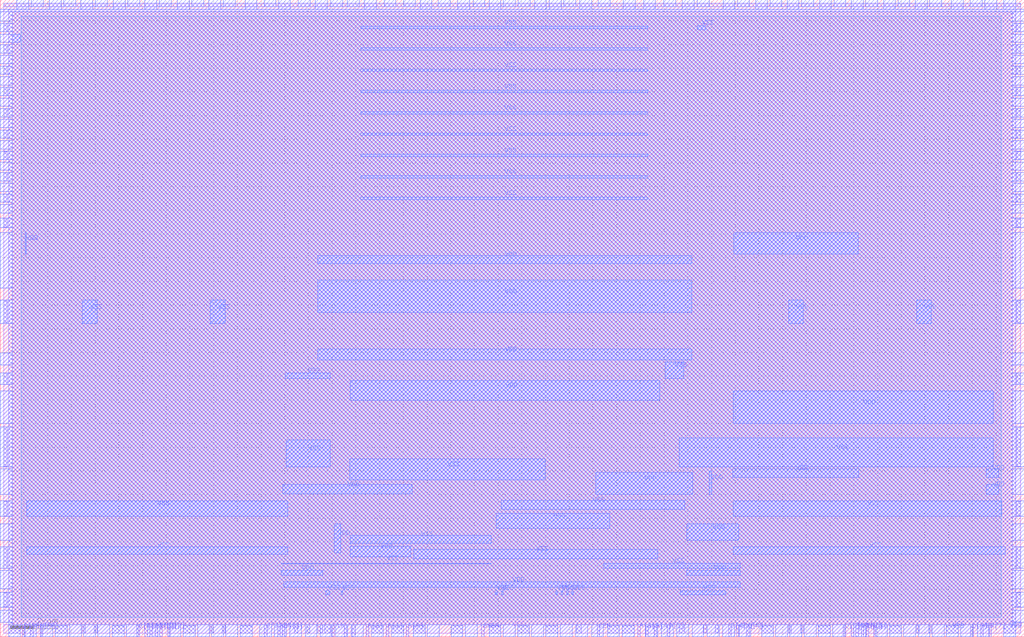
<source format=lef>
VERSION 5.7 ;
  NOWIREEXTENSIONATPIN ON ;
  DIVIDERCHAR "/" ;
  BUSBITCHARS "[]" ;
MACRO gf180mcu_fd_ip_sram__sram128x8m8wm1
  CLASS BLOCK ;
  FOREIGN gf180mcu_fd_ip_sram__sram128x8m8wm1 ;
  ORIGIN 0.000 0.000 ;
  SIZE 431.860 BY 268.880 ;
  SYMMETRY X Y R90 ;
  PIN A[6]
    DIRECTION INPUT ;
    USE SIGNAL ;
    ANTENNADIFFAREA 1.997600 ;
    PORT
      LAYER Metal2 ;
        RECT 268.860 0.000 269.980 5.000 ;
    END
  END A[6]
  PIN A[5]
    DIRECTION INPUT ;
    USE SIGNAL ;
    ANTENNADIFFAREA 1.997600 ;
    PORT
      LAYER Metal2 ;
        RECT 272.085 0.000 273.205 5.000 ;
    END
  END A[5]
  PIN A[4]
    DIRECTION INPUT ;
    USE SIGNAL ;
    ANTENNADIFFAREA 1.997600 ;
    PORT
      LAYER Metal2 ;
        RECT 275.820 0.000 276.940 5.000 ;
    END
  END A[4]
  PIN A[3]
    DIRECTION INPUT ;
    USE SIGNAL ;
    ANTENNADIFFAREA 1.997600 ;
    PORT
      LAYER Metal2 ;
        RECT 281.325 0.000 282.445 5.000 ;
    END
  END A[3]
  PIN A[2]
    DIRECTION INPUT ;
    USE SIGNAL ;
    ANTENNADIFFAREA 1.997600 ;
    PORT
      LAYER Metal2 ;
        RECT 154.295 0.000 155.415 5.000 ;
    END
  END A[2]
  PIN A[1]
    DIRECTION INPUT ;
    USE SIGNAL ;
    ANTENNADIFFAREA 1.997600 ;
    PORT
      LAYER Metal2 ;
        RECT 162.760 0.000 163.880 5.000 ;
    END
  END A[1]
  PIN A[0]
    DIRECTION INPUT ;
    USE SIGNAL ;
    ANTENNADIFFAREA 1.997600 ;
    PORT
      LAYER Metal2 ;
        RECT 171.215 0.000 172.335 5.000 ;
    END
  END A[0]
  PIN CEN
    DIRECTION INPUT ;
    USE SIGNAL ;
    ANTENNADIFFAREA 1.997600 ;
    PORT
      LAYER Metal2 ;
        RECT 251.710 0.000 252.830 5.000 ;
    END
  END CEN
  PIN CLK
    DIRECTION INPUT ;
    USE SIGNAL ;
    ANTENNAGATEAREA 44.706600 ;
    PORT
      LAYER Metal2 ;
        RECT 139.680 0.000 140.800 5.000 ;
    END
  END CLK
  PIN D[7]
    DIRECTION INPUT ;
    USE SIGNAL ;
    ANTENNAGATEAREA 1.152000 ;
    PORT
      LAYER Metal2 ;
        RECT 416.860 0.000 417.980 5.000 ;
    END
  END D[7]
  PIN D[6]
    DIRECTION INPUT ;
    USE SIGNAL ;
    ANTENNAGATEAREA 1.152000 ;
    PORT
      LAYER Metal2 ;
        RECT 365.150 0.000 366.270 5.000 ;
    END
  END D[6]
  PIN D[5]
    DIRECTION INPUT ;
    USE SIGNAL ;
    ANTENNAGATEAREA 1.152000 ;
    PORT
      LAYER Metal2 ;
        RECT 358.910 0.000 360.030 5.000 ;
    END
  END D[5]
  PIN D[4]
    DIRECTION INPUT ;
    USE SIGNAL ;
    ANTENNAGATEAREA 1.152000 ;
    PORT
      LAYER Metal2 ;
        RECT 307.235 0.000 308.355 5.000 ;
    END
  END D[4]
  PIN D[3]
    DIRECTION INPUT ;
    USE SIGNAL ;
    ANTENNAGATEAREA 1.152000 ;
    PORT
      LAYER Metal2 ;
        RECT 118.975 0.000 120.095 5.000 ;
    END
  END D[3]
  PIN D[2]
    DIRECTION INPUT ;
    USE SIGNAL ;
    ANTENNAGATEAREA 1.152000 ;
    PORT
      LAYER Metal2 ;
        RECT 67.270 0.000 68.390 5.000 ;
    END
  END D[2]
  PIN D[1]
    DIRECTION INPUT ;
    USE SIGNAL ;
    ANTENNAGATEAREA 1.152000 ;
    PORT
      LAYER Metal2 ;
        RECT 61.030 0.000 62.150 5.000 ;
    END
  END D[1]
  PIN D[0]
    DIRECTION INPUT ;
    USE SIGNAL ;
    ANTENNAGATEAREA 1.152000 ;
    PORT
      LAYER Metal2 ;
        RECT 9.320 0.000 10.440 5.000 ;
    END
  END D[0]
  PIN GWEN
    DIRECTION INPUT ;
    USE SIGNAL ;
    ANTENNAGATEAREA 14.466000 ;
    PORT
      LAYER Metal2 ;
        RECT 202.940 0.000 204.060 5.000 ;
    END
  END GWEN
  PIN Q[7]
    DIRECTION OUTPUT ;
    USE SIGNAL ;
    ANTENNADIFFAREA 11.328000 ;
    PORT
      LAYER Metal2 ;
        RECT 409.275 0.000 410.395 5.000 ;
    END
  END Q[7]
  PIN Q[6]
    DIRECTION OUTPUT ;
    USE SIGNAL ;
    ANTENNADIFFAREA 11.328000 ;
    PORT
      LAYER Metal2 ;
        RECT 368.515 0.000 369.635 5.000 ;
    END
  END Q[6]
  PIN Q[5]
    DIRECTION OUTPUT ;
    USE SIGNAL ;
    ANTENNADIFFAREA 11.328000 ;
    PORT
      LAYER Metal2 ;
        RECT 355.545 0.000 356.665 5.000 ;
    END
  END Q[5]
  PIN Q[4]
    DIRECTION OUTPUT ;
    USE SIGNAL ;
    ANTENNADIFFAREA 11.328000 ;
    PORT
      LAYER Metal2 ;
        RECT 314.790 0.000 315.910 5.000 ;
    END
  END Q[4]
  PIN Q[3]
    DIRECTION OUTPUT ;
    USE SIGNAL ;
    ANTENNADIFFAREA 11.328000 ;
    PORT
      LAYER Metal2 ;
        RECT 111.395 0.000 112.515 5.000 ;
    END
  END Q[3]
  PIN Q[2]
    DIRECTION OUTPUT ;
    USE SIGNAL ;
    ANTENNADIFFAREA 11.328000 ;
    PORT
      LAYER Metal2 ;
        RECT 70.635 0.000 71.755 5.000 ;
    END
  END Q[2]
  PIN Q[1]
    DIRECTION OUTPUT ;
    USE SIGNAL ;
    ANTENNADIFFAREA 11.328000 ;
    PORT
      LAYER Metal2 ;
        RECT 57.665 0.000 58.785 5.000 ;
    END
  END Q[1]
  PIN Q[0]
    DIRECTION OUTPUT ;
    USE SIGNAL ;
    ANTENNADIFFAREA 11.328000 ;
    PORT
      LAYER Metal2 ;
        RECT 16.900 0.000 18.020 5.000 ;
    END
  END Q[0]
  PIN VDD
    DIRECTION INOUT ;
    USE POWER ;
    PORT
      LAYER Metal2 ;
        RECT 3.530 263.880 428.330 264.880 ;
        RECT 3.530 5.000 5.000 263.880 ;
        RECT 426.860 5.000 428.330 263.880 ;
        RECT 3.530 1.410 8.530 5.000 ;
        RECT 133.860 1.410 136.070 5.000 ;
        RECT 423.330 1.410 428.330 5.000 ;
      LAYER Metal3 ;
        RECT 7.005 264.880 12.005 268.880 ;
        RECT 20.685 264.880 25.685 268.880 ;
        RECT 34.005 264.880 39.005 268.880 ;
        RECT 47.685 264.880 52.685 268.880 ;
        RECT 61.005 264.880 66.005 268.880 ;
        RECT 74.685 264.880 79.685 268.880 ;
        RECT 88.005 264.880 93.005 268.880 ;
        RECT 103.265 264.880 108.265 268.880 ;
        RECT 117.415 264.880 122.415 268.880 ;
        RECT 132.860 264.880 137.860 268.880 ;
        RECT 153.550 264.880 158.550 268.880 ;
        RECT 177.075 264.880 182.075 268.880 ;
        RECT 192.925 264.880 197.925 268.880 ;
        RECT 206.150 264.880 211.150 268.880 ;
        RECT 225.345 264.880 230.345 268.880 ;
        RECT 231.565 264.880 236.565 268.880 ;
        RECT 244.505 264.880 249.505 268.880 ;
        RECT 262.845 264.880 267.845 268.880 ;
        RECT 271.310 264.880 276.310 268.880 ;
        RECT 287.735 264.880 292.735 268.880 ;
        RECT 304.885 264.880 309.885 268.880 ;
        RECT 318.565 264.880 323.565 268.880 ;
        RECT 331.885 264.880 336.885 268.880 ;
        RECT 345.565 264.880 350.565 268.880 ;
        RECT 358.885 264.880 363.885 268.880 ;
        RECT 372.565 264.880 377.565 268.880 ;
        RECT 385.885 264.880 390.885 268.880 ;
        RECT 401.145 264.880 406.145 268.880 ;
        RECT 415.295 264.880 420.295 268.880 ;
        RECT 423.330 264.880 428.330 268.880 ;
        RECT 0.000 263.880 431.860 264.880 ;
        RECT 0.000 259.880 5.000 263.880 ;
        RECT 426.860 259.880 431.860 263.880 ;
        RECT 0.000 250.880 8.530 254.380 ;
        RECT 426.860 250.880 431.860 254.380 ;
        RECT 0.000 241.880 5.000 245.380 ;
        RECT 426.860 241.880 431.860 245.380 ;
        RECT 0.000 232.880 5.000 236.380 ;
        RECT 426.860 232.880 431.860 236.380 ;
        RECT 0.000 223.880 5.000 227.380 ;
        RECT 426.860 223.880 431.860 227.380 ;
        RECT 0.000 214.880 5.000 218.380 ;
        RECT 426.860 214.880 431.860 218.380 ;
        RECT 0.000 205.880 5.000 209.380 ;
        RECT 426.860 205.880 431.860 209.380 ;
        RECT 0.000 196.880 5.000 200.380 ;
        RECT 426.860 196.880 431.860 200.380 ;
        RECT 0.000 187.880 5.000 191.380 ;
        RECT 426.860 187.880 431.860 191.380 ;
        RECT 0.000 178.880 5.000 182.380 ;
        RECT 426.860 178.880 431.860 182.380 ;
        RECT 0.000 147.150 5.000 170.625 ;
        RECT 426.860 147.150 431.860 170.625 ;
        RECT 0.000 114.690 5.000 119.690 ;
        RECT 426.860 114.690 431.860 119.690 ;
        RECT 0.000 90.080 5.000 103.695 ;
        RECT 426.860 90.080 431.860 103.695 ;
        RECT 0.000 60.180 5.000 70.890 ;
        RECT 426.860 60.180 431.860 70.890 ;
        RECT 0.000 40.760 5.000 47.575 ;
        RECT 426.860 40.760 431.860 47.575 ;
        RECT 0.000 20.300 5.000 28.145 ;
        RECT 426.860 20.300 431.860 28.145 ;
        RECT 0.000 6.160 5.000 11.160 ;
        RECT 3.530 5.000 5.000 6.160 ;
        RECT 426.860 6.160 431.860 11.160 ;
        RECT 426.860 5.000 428.330 6.160 ;
        RECT 3.530 0.000 8.530 5.000 ;
        RECT 10.195 0.000 15.195 5.000 ;
        RECT 17.210 0.000 22.210 5.000 ;
        RECT 29.210 0.000 34.210 5.000 ;
        RECT 35.210 0.000 40.210 5.000 ;
        RECT 41.210 0.000 46.210 5.000 ;
        RECT 53.210 0.000 58.210 5.000 ;
        RECT 62.215 0.000 67.215 5.000 ;
        RECT 71.210 0.000 76.210 5.000 ;
        RECT 83.210 0.000 88.210 5.000 ;
        RECT 89.210 0.000 94.210 5.000 ;
        RECT 95.210 0.000 100.210 5.000 ;
        RECT 109.550 0.000 114.550 5.000 ;
        RECT 115.550 0.000 120.550 5.000 ;
        RECT 122.050 0.000 127.050 5.000 ;
        RECT 128.550 0.000 133.550 5.000 ;
        RECT 135.050 0.000 140.050 5.000 ;
        RECT 141.550 0.000 146.550 5.000 ;
        RECT 148.050 0.000 153.050 5.000 ;
        RECT 180.155 0.000 185.155 5.000 ;
        RECT 196.140 0.000 201.140 5.000 ;
        RECT 212.165 0.000 217.165 5.000 ;
        RECT 224.165 0.000 229.165 5.000 ;
        RECT 236.165 0.000 241.165 5.000 ;
        RECT 242.830 0.000 247.830 5.000 ;
        RECT 249.380 0.000 254.380 5.000 ;
        RECT 272.290 0.000 277.290 5.000 ;
        RECT 278.790 0.000 283.790 5.000 ;
        RECT 285.290 0.000 290.290 5.000 ;
        RECT 291.790 0.000 296.790 5.000 ;
        RECT 298.290 0.000 303.290 5.000 ;
        RECT 304.790 0.000 309.790 5.000 ;
        RECT 311.475 0.000 316.475 5.000 ;
        RECT 327.090 0.000 332.090 5.000 ;
        RECT 333.090 0.000 338.090 5.000 ;
        RECT 339.090 0.000 344.090 5.000 ;
        RECT 351.090 0.000 356.090 5.000 ;
        RECT 360.085 0.000 365.085 5.000 ;
        RECT 369.090 0.000 374.090 5.000 ;
        RECT 381.090 0.000 386.090 5.000 ;
        RECT 387.090 0.000 392.090 5.000 ;
        RECT 393.090 0.000 398.090 5.000 ;
        RECT 405.090 0.000 410.090 5.000 ;
        RECT 412.095 0.000 417.095 5.000 ;
        RECT 423.330 0.000 428.330 5.000 ;
    END
    PORT
      LAYER Metal3 ;
        RECT 140.890 35.420 143.645 47.580 ;
    END
    PORT
      LAYER Metal3 ;
        RECT 147.685 33.720 173.110 38.260 ;
    END
    PORT
      LAYER Metal3 ;
        RECT 10.475 161.575 10.940 170.630 ;
    END
    PORT
      LAYER Metal3 ;
        RECT 133.860 157.430 291.755 160.995 ;
    END
    PORT
      LAYER Metal3 ;
        RECT 133.860 136.910 291.755 150.525 ;
    END
    PORT
      LAYER Metal3 ;
        RECT 309.265 161.575 361.915 170.625 ;
    END
    PORT
      LAYER Metal3 ;
        RECT 133.850 116.850 291.740 121.390 ;
    END
    PORT
      LAYER Metal3 ;
        RECT 147.565 99.845 278.225 108.125 ;
    END
    PORT
      LAYER Metal3 ;
        RECT 309.125 90.075 418.815 103.695 ;
    END
    PORT
      LAYER Metal3 ;
        RECT 119.105 60.230 173.805 64.235 ;
    END
    PORT
      LAYER Metal3 ;
        RECT 251.140 60.175 292.105 69.330 ;
    END
    PORT
      LAYER Metal3 ;
        RECT 299.130 60.175 300.130 70.085 ;
    END
    PORT
      LAYER Metal3 ;
        RECT 309.035 67.305 362.145 70.890 ;
    END
    PORT
      LAYER Metal3 ;
        RECT 415.845 60.175 421.105 64.235 ;
    END
    PORT
      LAYER Metal3 ;
        RECT 415.845 67.305 421.105 70.895 ;
    END
    PORT
      LAYER Metal3 ;
        RECT 289.545 40.770 311.390 47.580 ;
    END
    PORT
      LAYER Metal3 ;
        RECT 118.435 25.875 136.070 28.150 ;
    END
    PORT
      LAYER Metal3 ;
        RECT 119.545 20.830 312.145 23.095 ;
    END
    PORT
      LAYER Metal3 ;
        RECT 289.545 25.875 312.145 28.150 ;
    END
  END VDD
  PIN VSS
    DIRECTION INOUT ;
    USE GROUND ;
    PORT
      LAYER Metal1 ;
        RECT 1.410 263.880 430.450 267.470 ;
        RECT 1.410 5.000 5.000 263.880 ;
        RECT 426.860 5.000 430.450 263.880 ;
        RECT 1.410 1.410 430.450 5.000 ;
      LAYER Metal2 ;
        RECT 1.410 265.840 430.450 267.470 ;
        RECT 1.410 255.390 3.030 258.870 ;
        RECT 428.830 255.390 430.450 258.870 ;
        RECT 1.410 246.390 3.030 249.870 ;
        RECT 428.830 246.390 430.450 249.870 ;
        RECT 1.410 237.390 3.030 240.870 ;
        RECT 428.830 237.390 430.450 240.870 ;
        RECT 1.410 228.390 3.030 231.870 ;
        RECT 428.830 228.390 430.450 231.870 ;
        RECT 1.410 219.390 3.030 222.870 ;
        RECT 428.830 219.390 430.450 222.870 ;
        RECT 1.410 210.390 3.030 213.870 ;
        RECT 428.830 210.390 430.450 213.870 ;
        RECT 1.410 201.390 3.030 204.870 ;
        RECT 428.830 201.390 430.450 204.870 ;
        RECT 1.410 192.390 3.030 195.870 ;
        RECT 428.830 192.390 430.450 195.870 ;
        RECT 1.410 183.390 3.030 186.870 ;
        RECT 428.830 183.390 430.450 186.870 ;
        RECT 1.410 172.890 3.030 176.370 ;
        RECT 428.830 172.890 430.450 176.370 ;
        RECT 1.410 132.690 3.030 141.750 ;
        RECT 428.830 132.690 430.450 141.750 ;
        RECT 1.410 106.555 3.030 111.275 ;
        RECT 428.830 106.555 430.450 111.275 ;
        RECT 1.410 71.990 3.030 88.490 ;
        RECT 428.830 71.990 430.450 88.490 ;
        RECT 1.410 51.135 3.030 57.095 ;
        RECT 428.830 51.135 430.450 57.095 ;
        RECT 1.410 28.855 3.030 37.915 ;
        RECT 428.830 28.855 430.450 37.915 ;
        RECT 1.410 12.635 3.030 18.595 ;
        RECT 428.830 12.635 430.450 18.595 ;
        RECT 23.210 1.410 28.210 5.000 ;
        RECT 34.635 1.410 35.755 5.000 ;
        RECT 39.730 1.410 40.850 5.000 ;
        RECT 47.210 1.410 52.210 5.000 ;
        RECT 77.210 1.410 82.210 5.000 ;
        RECT 88.635 1.410 89.755 5.000 ;
        RECT 93.730 1.410 94.850 5.000 ;
        RECT 101.210 1.410 106.210 5.000 ;
        RECT 124.280 1.410 125.400 5.000 ;
        RECT 129.365 1.410 130.485 5.000 ;
        RECT 136.935 1.410 139.145 5.000 ;
        RECT 145.030 0.000 146.150 5.000 ;
        RECT 148.525 0.000 149.645 5.000 ;
        RECT 156.620 1.410 161.620 5.000 ;
        RECT 165.110 1.410 170.110 5.000 ;
        RECT 174.155 1.410 179.155 5.000 ;
        RECT 190.140 1.410 195.140 5.000 ;
        RECT 206.165 1.410 211.165 5.000 ;
        RECT 218.165 1.410 223.165 5.000 ;
        RECT 230.165 1.410 235.165 5.000 ;
        RECT 243.220 1.410 244.985 5.000 ;
        RECT 256.165 1.410 261.165 5.000 ;
        RECT 262.390 1.410 267.390 5.000 ;
        RECT 286.475 1.410 288.685 5.000 ;
        RECT 296.565 1.410 297.685 5.000 ;
        RECT 301.650 1.410 302.770 5.000 ;
        RECT 321.090 1.410 326.090 5.000 ;
        RECT 332.515 1.410 333.635 5.000 ;
        RECT 337.610 1.410 338.730 5.000 ;
        RECT 345.090 1.410 350.090 5.000 ;
        RECT 375.090 1.410 380.090 5.000 ;
        RECT 386.515 1.410 387.635 5.000 ;
        RECT 391.610 1.410 392.730 5.000 ;
        RECT 399.090 1.410 404.090 5.000 ;
      LAYER Metal3 ;
        RECT 13.130 265.840 18.130 268.880 ;
        RECT 26.810 265.840 31.810 268.880 ;
        RECT 40.130 265.840 45.130 268.880 ;
        RECT 53.810 265.840 58.810 268.880 ;
        RECT 67.130 265.840 72.130 268.880 ;
        RECT 80.810 265.840 85.810 268.880 ;
        RECT 94.130 265.840 99.130 268.880 ;
        RECT 111.290 265.840 116.290 268.880 ;
        RECT 125.790 265.840 130.790 268.880 ;
        RECT 139.385 265.840 144.385 268.880 ;
        RECT 146.365 265.840 151.365 268.880 ;
        RECT 161.905 265.840 166.905 268.880 ;
        RECT 170.120 265.840 175.120 268.880 ;
        RECT 184.740 265.840 189.740 268.880 ;
        RECT 199.410 265.840 204.410 268.880 ;
        RECT 212.150 265.840 217.150 268.880 ;
        RECT 218.565 265.840 223.565 268.880 ;
        RECT 237.690 265.840 242.690 268.880 ;
        RECT 252.325 265.840 257.325 268.880 ;
        RECT 279.950 265.840 284.950 268.880 ;
        RECT 293.955 265.840 298.955 268.880 ;
        RECT 311.010 265.840 316.010 268.880 ;
        RECT 324.690 265.840 329.690 268.880 ;
        RECT 338.010 265.840 343.010 268.880 ;
        RECT 351.690 265.840 356.690 268.880 ;
        RECT 365.010 265.840 370.010 268.880 ;
        RECT 378.690 265.840 383.690 268.880 ;
        RECT 392.010 265.840 397.010 268.880 ;
        RECT 409.170 265.840 414.170 268.880 ;
        RECT 0.000 255.380 5.000 258.880 ;
        RECT 426.860 255.380 431.860 258.880 ;
        RECT 0.000 246.380 5.000 249.880 ;
        RECT 426.860 246.380 431.860 249.880 ;
        RECT 0.000 237.380 5.000 240.880 ;
        RECT 426.860 237.380 431.860 240.880 ;
        RECT 0.000 228.380 5.000 231.880 ;
        RECT 426.860 228.380 431.860 231.880 ;
        RECT 0.000 219.380 5.000 222.880 ;
        RECT 426.860 219.380 431.860 222.880 ;
        RECT 0.000 210.380 5.000 213.880 ;
        RECT 426.860 210.380 431.860 213.880 ;
        RECT 0.000 201.380 5.000 204.880 ;
        RECT 426.860 201.380 431.860 204.880 ;
        RECT 0.000 192.380 5.000 195.880 ;
        RECT 426.860 192.380 431.860 195.880 ;
        RECT 0.000 183.380 5.000 186.880 ;
        RECT 426.860 183.380 431.860 186.880 ;
        RECT 0.000 172.680 5.000 176.630 ;
        RECT 426.860 172.680 431.860 176.630 ;
        RECT 0.000 132.175 5.000 142.080 ;
        RECT 426.860 132.175 431.860 142.080 ;
        RECT 0.000 106.410 5.000 111.410 ;
        RECT 426.860 106.410 431.860 111.410 ;
        RECT 0.000 71.640 5.000 88.650 ;
        RECT 426.860 71.640 431.860 88.650 ;
        RECT 0.000 50.880 5.000 57.465 ;
        RECT 426.860 50.880 431.860 57.465 ;
        RECT 0.000 28.830 5.000 37.980 ;
        RECT 426.860 28.830 431.860 37.980 ;
        RECT 0.000 12.510 5.000 18.860 ;
        RECT 426.860 12.510 431.860 18.860 ;
        RECT 23.210 0.000 28.210 4.660 ;
        RECT 47.210 0.000 52.210 4.660 ;
        RECT 77.210 0.000 82.210 4.660 ;
        RECT 101.210 0.000 106.210 4.660 ;
        RECT 156.620 0.000 161.620 4.660 ;
        RECT 165.110 0.000 170.110 4.660 ;
        RECT 174.155 0.000 179.155 4.660 ;
        RECT 190.140 0.000 195.140 4.660 ;
        RECT 206.165 0.000 211.165 4.660 ;
        RECT 218.165 0.000 223.165 4.660 ;
        RECT 230.165 0.000 235.165 4.660 ;
        RECT 256.165 0.000 261.165 4.660 ;
        RECT 262.390 0.000 267.390 4.660 ;
        RECT 321.090 0.000 326.090 4.660 ;
        RECT 345.090 0.000 350.090 4.660 ;
        RECT 375.090 0.000 380.090 4.660 ;
        RECT 399.090 0.000 404.090 4.660 ;
    END
    PORT
      LAYER Metal3 ;
        RECT 34.605 132.170 40.815 142.080 ;
    END
    PORT
      LAYER Metal3 ;
        RECT 88.605 132.170 94.815 142.080 ;
    END
    PORT
      LAYER Metal3 ;
        RECT 11.245 50.870 121.250 57.455 ;
    END
    PORT
      LAYER Metal3 ;
        RECT 152.010 256.630 273.110 257.640 ;
    END
    PORT
      LAYER Metal3 ;
        RECT 293.955 256.290 297.585 257.955 ;
    END
    PORT
      LAYER Metal3 ;
        RECT 152.015 247.630 273.110 248.640 ;
    END
    PORT
      LAYER Metal3 ;
        RECT 152.015 238.630 273.110 239.640 ;
    END
    PORT
      LAYER Metal3 ;
        RECT 152.015 229.630 273.110 230.640 ;
    END
    PORT
      LAYER Metal3 ;
        RECT 152.015 220.630 273.110 221.640 ;
    END
    PORT
      LAYER Metal3 ;
        RECT 152.015 211.630 273.110 212.640 ;
    END
    PORT
      LAYER Metal3 ;
        RECT 152.015 202.630 273.110 203.640 ;
    END
    PORT
      LAYER Metal3 ;
        RECT 152.015 193.630 273.110 194.640 ;
    END
    PORT
      LAYER Metal3 ;
        RECT 152.015 184.630 273.110 185.640 ;
    END
    PORT
      LAYER Metal3 ;
        RECT 332.485 132.170 338.695 142.080 ;
    END
    PORT
      LAYER Metal3 ;
        RECT 386.485 132.170 392.695 142.080 ;
    END
    PORT
      LAYER Metal3 ;
        RECT 120.180 109.130 139.130 111.410 ;
    END
    PORT
      LAYER Metal3 ;
        RECT 280.390 109.130 288.385 115.995 ;
    END
    PORT
      LAYER Metal3 ;
        RECT 120.555 71.645 139.140 82.990 ;
    END
    PORT
      LAYER Metal3 ;
        RECT 147.390 66.215 229.885 75.075 ;
    END
    PORT
      LAYER Metal3 ;
        RECT 286.475 71.635 418.815 83.920 ;
    END
    PORT
      LAYER Metal3 ;
        RECT 211.305 53.700 288.680 57.635 ;
    END
    PORT
      LAYER Metal3 ;
        RECT 309.125 50.865 422.410 57.465 ;
    END
    PORT
      LAYER Metal3 ;
        RECT 11.245 34.900 121.250 37.975 ;
    END
    PORT
      LAYER Metal3 ;
        RECT 118.435 30.885 206.985 30.995 ;
    END
    PORT
      LAYER Metal3 ;
        RECT 147.565 39.500 206.985 42.910 ;
    END
    PORT
      LAYER Metal3 ;
        RECT 174.300 32.960 277.410 36.960 ;
    END
    PORT
      LAYER Metal3 ;
        RECT 209.285 45.825 257.150 52.100 ;
    END
    PORT
      LAYER Metal3 ;
        RECT 254.610 28.830 312.145 30.995 ;
    END
    PORT
      LAYER Metal3 ;
        RECT 309.125 34.900 423.935 37.975 ;
    END
    PORT
      LAYER Metal3 ;
        RECT 137.190 17.620 138.890 19.380 ;
    END
    PORT
      LAYER Metal3 ;
        RECT 143.820 17.620 144.470 19.380 ;
    END
    PORT
      LAYER Metal3 ;
        RECT 208.870 17.620 209.520 19.380 ;
    END
    PORT
      LAYER Metal3 ;
        RECT 211.495 17.620 212.145 19.380 ;
    END
    PORT
      LAYER Metal3 ;
        RECT 234.365 17.620 235.015 19.380 ;
    END
    PORT
      LAYER Metal3 ;
        RECT 236.605 17.620 237.255 19.380 ;
    END
    PORT
      LAYER Metal3 ;
        RECT 238.845 17.620 239.495 19.380 ;
    END
    PORT
      LAYER Metal3 ;
        RECT 241.085 17.620 241.735 19.380 ;
    END
    PORT
      LAYER Metal3 ;
        RECT 286.725 17.620 306.075 19.380 ;
    END
  END VSS
  PIN WEN[7]
    DIRECTION INPUT ;
    USE SIGNAL ;
    ANTENNAGATEAREA 1.938000 ;
    PORT
      LAYER Metal2 ;
        RECT 413.475 0.000 414.595 5.000 ;
    END
  END WEN[7]
  PIN WEN[6]
    DIRECTION INPUT ;
    USE SIGNAL ;
    ANTENNAGATEAREA 1.938000 ;
    PORT
      LAYER Metal2 ;
        RECT 363.150 0.000 364.270 5.000 ;
    END
  END WEN[6]
  PIN WEN[5]
    DIRECTION INPUT ;
    USE SIGNAL ;
    ANTENNAGATEAREA 1.938000 ;
    PORT
      LAYER Metal2 ;
        RECT 360.900 0.000 362.020 5.000 ;
    END
  END WEN[5]
  PIN WEN[4]
    DIRECTION INPUT ;
    USE SIGNAL ;
    ANTENNAGATEAREA 1.938000 ;
    PORT
      LAYER Metal2 ;
        RECT 310.575 0.000 311.695 5.000 ;
    END
  END WEN[4]
  PIN WEN[3]
    DIRECTION INPUT ;
    USE SIGNAL ;
    ANTENNAGATEAREA 1.938000 ;
    PORT
      LAYER Metal2 ;
        RECT 117.020 0.000 118.140 5.000 ;
    END
  END WEN[3]
  PIN WEN[2]
    DIRECTION INPUT ;
    USE SIGNAL ;
    ANTENNAGATEAREA 1.938000 ;
    PORT
      LAYER Metal2 ;
        RECT 65.270 0.000 66.390 5.000 ;
    END
  END WEN[2]
  PIN WEN[1]
    DIRECTION INPUT ;
    USE SIGNAL ;
    ANTENNAGATEAREA 1.938000 ;
    PORT
      LAYER Metal2 ;
        RECT 63.020 0.000 64.140 5.000 ;
    END
  END WEN[1]
  PIN WEN[0]
    DIRECTION INPUT ;
    USE SIGNAL ;
    ANTENNAGATEAREA 1.938000 ;
    PORT
      LAYER Metal2 ;
        RECT 12.695 0.000 13.815 5.000 ;
    END
  END WEN[0]
  OBS
      LAYER Nwell ;
        RECT 8.870 8.245 422.170 261.950 ;
      LAYER Metal1 ;
        RECT 5.000 5.000 426.860 263.880 ;
      LAYER Metal2 ;
        RECT 5.000 5.000 426.860 263.880 ;
      LAYER Metal3 ;
        RECT 5.000 5.000 426.860 263.880 ;
  END
END gf180mcu_fd_ip_sram__sram128x8m8wm1
END LIBRARY


</source>
